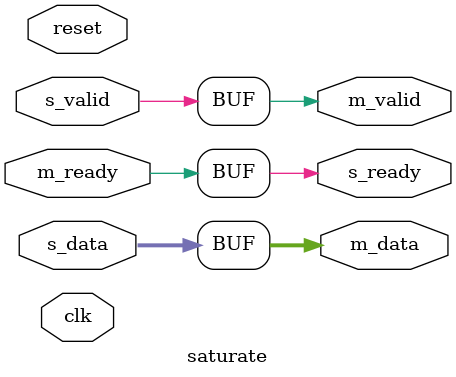
<source format=sv>
/*
 * Copyright 2019-2020 Brett Witherspoon
 */

module saturate #(
  parameter int S_WIDTH = 32,
  parameter int M_WIDTH = 32
)(
  input  logic               clk,
  input  logic               reset,

  input  logic               s_valid,
  output logic               s_ready,
  input  logic [S_WIDTH-1:0] s_data,

  output logic               m_valid = 0,
  input  logic               m_ready,
  output logic [M_WIDTH-1:0] m_data
);
  if (S_WIDTH <= M_WIDTH) begin
    always_comb begin
      m_valid = s_valid;
      m_data = {{(M_WIDTH-S_WIDTH){s_data[S_WIDTH-1]}}, s_data};
    end
  end else begin
    localparam MAX = {1'b0, {(M_WIDTH-1){1'b1}}};
    localparam MIN = {1'b1, {(M_WIDTH-1){1'b0}}};

    logic [M_WIDTH-1:0] data;

    always_comb begin
      if (|s_data[S_WIDTH-1:M_WIDTH-1] & ~&s_data[S_WIDTH-1:M_WIDTH-1]) begin
        data = s_data[S_WIDTH-1] ? MIN : MAX;
      end else begin
        data = s_data[M_WIDTH-1:0];
      end
    end

    always_ff @ (posedge clk) begin
      if (reset) begin
        m_valid <= 0;
      end else if (!m_valid || m_ready) begin
        m_valid <= s_valid;
      end
    end

    always_ff @ (posedge clk) begin
      if (!m_valid || m_ready) begin
        m_data <= data;
      end
    end
  end

  assign s_ready = m_ready;

endmodule

</source>
